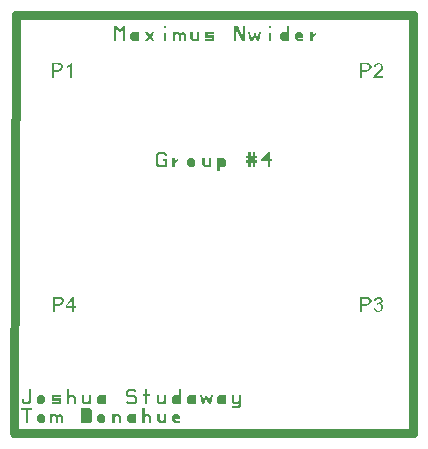
<source format=gbr>
G04 ===== Begin FILE IDENTIFICATION =====*
G04 File Format:  Gerber RS274X*
G04 ===== End FILE IDENTIFICATION =====*
%FSLAX24Y24*%
%MOIN*%
%SFA1.0000B1.0000*%
%OFA0.0B0.0*%
%ADD14R,0.007140X0.028570*%
%ADD15R,0.007140X0.007145*%
%LNsilk_screen*%
%IPPOS*%
%LPD*%
G75*
G36*
G01X1117Y-6882D02*
G01X1184D01*
G01Y-6679D01*
G01X1312D01*
G01X1459Y-6634D01*
G01X1500Y-6526D01*
G01X1484Y-6458D01*
G01X1444Y-6410D01*
G01X1382Y-6386D01*
G01X1306Y-6381D01*
G01X1184D01*
G01Y-6441D01*
G01X1312D01*
G01X1374Y-6445D01*
G01X1415Y-6475D01*
G01X1431Y-6528D01*
G01X1404Y-6596D01*
G01X1313Y-6620D01*
G01X1184D01*
G01Y-6441D01*
G01Y-6381D01*
G01X1117D01*
G01Y-6882D01*
G37*
G36*
G01X1548Y-6762D02*
G01X1765D01*
G01Y-6882D01*
G01X1827D01*
G01Y-6762D01*
G01X1895D01*
G01Y-6706D01*
G01X1827D01*
G01Y-6381D01*
G01X1777D01*
G01X1765Y-6397D01*
G01Y-6480D01*
G01Y-6706D01*
G01X1609D01*
G01X1765Y-6480D01*
G01Y-6397D01*
G01X1548Y-6706D01*
G01Y-6762D01*
G37*
G36*
G01X11362Y-6882D02*
G01X11428D01*
G01Y-6679D01*
G01X11557D01*
G01X11704Y-6634D01*
G01X11745Y-6526D01*
G01X11729Y-6458D01*
G01X11689Y-6410D01*
G01X11627Y-6386D01*
G01X11551Y-6381D01*
G01X11428D01*
G01Y-6441D01*
G01X11557D01*
G01X11618Y-6445D01*
G01X11660Y-6475D01*
G01X11676Y-6528D01*
G01X11649Y-6596D01*
G01X11558Y-6620D01*
G01X11428D01*
G01Y-6441D01*
G01Y-6381D01*
G01X11362D01*
G01Y-6882D01*
G37*
G36*
G01X11813Y-6750D02*
G01X11875Y-6742D01*
G01X11911Y-6817D01*
G01X11973Y-6840D01*
G01X12046Y-6810D01*
G01X12076Y-6736D01*
G01X12049Y-6666D01*
G01X11978Y-6638D01*
G01X11935Y-6645D01*
G01X11942Y-6591D01*
G01X11952Y-6592D01*
G01X12022Y-6571D01*
G01X12054Y-6508D01*
G01X12031Y-6452D01*
G01X11972Y-6430D01*
G01X11912Y-6452D01*
G01X11881Y-6520D01*
G01X11820Y-6509D01*
G01X11871Y-6413D01*
G01X11970Y-6379D01*
G01X12046Y-6397D01*
G01X12099Y-6445D01*
G01X12117Y-6510D01*
G01X12100Y-6569D01*
G01X12048Y-6611D01*
G01X12117Y-6654D01*
G01X12142Y-6734D01*
G01X12094Y-6846D01*
G01X11973Y-6891D01*
G01X11863Y-6852D01*
G01X11813Y-6750D01*
G37*
G36*
G01X11362Y921D02*
G01X11428D01*
G01Y1124D01*
G01X11557D01*
G01X11704Y1169D01*
G01X11745Y1277D01*
G01X11729Y1345D01*
G01X11689Y1393D01*
G01X11627Y1417D01*
G01X11551Y1422D01*
G01X11428D01*
G01Y1363D01*
G01X11557D01*
G01X11618Y1358D01*
G01X11660Y1328D01*
G01X11676Y1275D01*
G01X11649Y1207D01*
G01X11558Y1183D01*
G01X11428D01*
G01Y1363D01*
G01Y1422D01*
G01X11362D01*
G01Y921D01*
G37*
G36*
G01X12136Y980D02*
G01Y921D01*
G01X11805D01*
G01X11812Y963D01*
G01X11853Y1030D01*
G01X11933Y1106D01*
G01X12044Y1212D01*
G01X12073Y1286D01*
G01X12046Y1348D01*
G01X11978Y1373D01*
G01X11907Y1346D01*
G01X11880Y1272D01*
G01X11817Y1279D01*
G01X11866Y1387D01*
G01X11980Y1424D01*
G01X12094Y1384D01*
G01X12136Y1285D01*
G01X12123Y1225D01*
G01X12083Y1164D01*
G01X11988Y1076D01*
G01X11917Y1013D01*
G01X11891Y980D01*
G01X12136D01*
G37*
G36*
G01X1086Y921D02*
G01X1152D01*
G01Y1124D01*
G01X1280D01*
G01X1427Y1169D01*
G01X1468Y1277D01*
G01X1453Y1345D01*
G01X1413Y1393D01*
G01X1351Y1417D01*
G01X1275Y1422D01*
G01X1152D01*
G01Y1363D01*
G01X1280D01*
G01X1342Y1358D01*
G01X1384Y1328D01*
G01X1400Y1275D01*
G01X1373Y1207D01*
G01X1281Y1183D01*
G01X1152D01*
G01Y1363D01*
G01Y1422D01*
G01X1086D01*
G01Y921D01*
G37*
G36*
G01X1768Y921D02*
G01X1707D01*
G01Y1313D01*
G01X1649Y1270D01*
G01X1584Y1238D01*
G01Y1298D01*
G01X1674Y1357D01*
G01X1729Y1424D01*
G01X1768D01*
G01Y921D01*
G37*
G36*
G01X-300Y-10949D02*
G01Y-10952D01*
G01Y-10955D01*
G01Y-10957D01*
G01Y-10960D01*
G01X-299Y-10962D01*
G01Y-10965D01*
G01Y-10968D01*
G01Y-10970D01*
G01X-298Y-10973D01*
G01Y-10975D01*
G01X-297Y-10978D01*
G01Y-10981D01*
G01X-296Y-10983D01*
G01Y-10986D01*
G01X-295Y-10988D01*
G01X-294Y-10991D01*
G01Y-10993D01*
G01X-293Y-10996D01*
G01X-292Y-10998D01*
G01X-291Y-11001D01*
G01X-290Y-11003D01*
G01X-289Y-11006D01*
G01X-288Y-11008D01*
G01X-287Y-11011D01*
G01X-286Y-11013D01*
G01X-285Y-11015D01*
G01X-284Y-11018D01*
G01X-283Y-11020D01*
G01X-281Y-11022D01*
G01X-280Y-11025D01*
G01X-279Y-11027D01*
G01X-277Y-11029D01*
G01X-276Y-11031D01*
G01X-275Y-11034D01*
G01X-273Y-11036D01*
G01X-272Y-11038D01*
G01X-270Y-11040D01*
G01X-268Y-11042D01*
G01X-267Y-11044D01*
G01X-265Y-11046D01*
G01X-263Y-11048D01*
G01X-262Y-11050D01*
G01X-260Y-11052D01*
G01X-258Y-11054D01*
G01X-256Y-11056D01*
G01X-254Y-11058D01*
G01X-253Y-11059D01*
G01X-251Y-11061D01*
G01X-249Y-11063D01*
G01X-247Y-11065D01*
G01X-245Y-11066D01*
G01X-243Y-11068D01*
G01X-240Y-11070D01*
G01X-238Y-11071D01*
G01X-236Y-11073D01*
G01X-234Y-11074D01*
G01X-232Y-11076D01*
G01X-230Y-11077D01*
G01X-227Y-11078D01*
G01X-225Y-11080D01*
G01X-223Y-11081D01*
G01X-221Y-11082D01*
G01X-218Y-11084D01*
G01X-216Y-11085D01*
G01X-214Y-11086D01*
G01X-211Y-11087D01*
G01X-209Y-11088D01*
G01X-206Y-11089D01*
G01X-204Y-11090D01*
G01X-201Y-11091D01*
G01X-199Y-11092D01*
G01X-196Y-11093D01*
G01X-194D01*
G01X-191Y-11094D01*
G01X-189Y-11095D01*
G01X-186Y-11096D01*
G01X-184D01*
G01X-181Y-11097D01*
G01X-179D01*
G01X-176Y-11098D01*
G01X-174D01*
G01X-171Y-11099D01*
G01X-168D01*
G01X-166D01*
G01X-163D01*
G01X-160Y-11100D01*
G01X-158D01*
G01X-155D01*
G01X-153D01*
G01X-150D01*
G01X13150D01*
G01X13153D01*
G01X13155D01*
G01X13158D01*
G01X13160D01*
G01X13163Y-11099D01*
G01X13166D01*
G01X13168D01*
G01X13171D01*
G01X13173Y-11098D01*
G01X13176D01*
G01X13179Y-11097D01*
G01X13181D01*
G01X13184Y-11096D01*
G01X13186D01*
G01X13189Y-11095D01*
G01X13191Y-11094D01*
G01X13194Y-11093D01*
G01X13196D01*
G01X13199Y-11092D01*
G01X13201Y-11091D01*
G01X13204Y-11090D01*
G01X13206Y-11089D01*
G01X13209Y-11088D01*
G01X13211Y-11087D01*
G01X13213Y-11086D01*
G01X13216Y-11085D01*
G01X13218Y-11084D01*
G01X13220Y-11082D01*
G01X13223Y-11081D01*
G01X13225Y-11080D01*
G01X13227Y-11079D01*
G01X13229Y-11077D01*
G01X13232Y-11076D01*
G01X13234Y-11074D01*
G01X13236Y-11073D01*
G01X13238Y-11071D01*
G01X13240Y-11070D01*
G01X13242Y-11068D01*
G01X13244Y-11067D01*
G01X13246Y-11065D01*
G01X13248Y-11063D01*
G01X13250Y-11061D01*
G01X13252Y-11060D01*
G01X13254Y-11058D01*
G01X13256Y-11056D01*
G01X13258Y-11054D01*
G01X13260Y-11052D01*
G01X13261Y-11050D01*
G01X13263Y-11048D01*
G01X13265Y-11046D01*
G01X13267Y-11044D01*
G01X13268Y-11042D01*
G01X13270Y-11040D01*
G01X13271Y-11038D01*
G01X13273Y-11036D01*
G01X13274Y-11034D01*
G01X13276Y-11032D01*
G01X13277Y-11029D01*
G01X13279Y-11027D01*
G01X13280Y-11025D01*
G01X13281Y-11023D01*
G01X13282Y-11020D01*
G01X13284Y-11018D01*
G01X13285Y-11016D01*
G01X13286Y-11013D01*
G01X13287Y-11011D01*
G01X13288Y-11009D01*
G01X13289Y-11006D01*
G01X13290Y-11004D01*
G01X13291Y-11001D01*
G01X13292Y-10999D01*
G01X13293Y-10996D01*
G01Y-10994D01*
G01X13294Y-10991D01*
G01X13295Y-10989D01*
G01X13296Y-10986D01*
G01Y-10984D01*
G01X13297Y-10981D01*
G01Y-10979D01*
G01X13298Y-10976D01*
G01Y-10973D01*
G01X13299Y-10971D01*
G01Y-10968D01*
G01Y-10966D01*
G01Y-10963D01*
G01X13300Y-10960D01*
G01Y-10958D01*
G01Y-10955D01*
G01Y-10953D01*
G01Y-10950D01*
G01Y3000D01*
G01Y3003D01*
G01Y3005D01*
G01Y3008D01*
G01Y3010D01*
G01X13299Y3013D01*
G01Y3016D01*
G01Y3018D01*
G01Y3021D01*
G01X13298Y3023D01*
G01Y3026D01*
G01X13297Y3029D01*
G01Y3031D01*
G01X13296Y3034D01*
G01Y3036D01*
G01X13295Y3039D01*
G01X13294Y3041D01*
G01X13293Y3044D01*
G01Y3046D01*
G01X13292Y3049D01*
G01X13291Y3051D01*
G01X13290Y3054D01*
G01X13289Y3056D01*
G01X13288Y3059D01*
G01X13287Y3061D01*
G01X13286Y3063D01*
G01X13285Y3066D01*
G01X13284Y3068D01*
G01X13282Y3070D01*
G01X13281Y3073D01*
G01X13280Y3075D01*
G01X13279Y3077D01*
G01X13277Y3079D01*
G01X13276Y3082D01*
G01X13274Y3084D01*
G01X13273Y3086D01*
G01X13271Y3088D01*
G01X13270Y3090D01*
G01X13268Y3092D01*
G01X13267Y3094D01*
G01X13265Y3096D01*
G01X13263Y3098D01*
G01X13261Y3100D01*
G01X13260Y3102D01*
G01X13258Y3104D01*
G01X13256Y3106D01*
G01X13254Y3108D01*
G01X13252Y3110D01*
G01X13250Y3111D01*
G01X13248Y3113D01*
G01X13246Y3115D01*
G01X13244Y3117D01*
G01X13242Y3118D01*
G01X13240Y3120D01*
G01X13238Y3121D01*
G01X13236Y3123D01*
G01X13234Y3124D01*
G01X13232Y3126D01*
G01X13229Y3127D01*
G01X13227Y3129D01*
G01X13225Y3130D01*
G01X13223Y3131D01*
G01X13220Y3132D01*
G01X13218Y3134D01*
G01X13216Y3135D01*
G01X13213Y3136D01*
G01X13211Y3137D01*
G01X13209Y3138D01*
G01X13206Y3139D01*
G01X13204Y3140D01*
G01X13201Y3141D01*
G01X13199Y3142D01*
G01X13196Y3143D01*
G01X13194D01*
G01X13191Y3144D01*
G01X13189Y3145D01*
G01X13186Y3146D01*
G01X13184D01*
G01X13181Y3147D01*
G01X13179D01*
G01X13176Y3148D01*
G01X13173D01*
G01X13171Y3149D01*
G01X13168D01*
G01X13166D01*
G01X13163D01*
G01X13160Y3150D01*
G01X13158D01*
G01X13155D01*
G01X13153D01*
G01X13150D01*
G01X49D01*
G01Y2850D01*
G01X13000D01*
G01Y-10800D01*
G01X1D01*
G01X49Y2850D01*
G01Y3150D01*
G01X-101D01*
G01X-103D01*
G01X-106D01*
G01X-108D01*
G01X-111D01*
G01X-114Y3149D01*
G01X-116D01*
G01X-119D01*
G01X-122D01*
G01X-124Y3148D01*
G01X-127D01*
G01X-129Y3147D01*
G01X-132D01*
G01X-135Y3146D01*
G01X-137Y3145D01*
G01X-140D01*
G01X-142Y3144D01*
G01X-145Y3143D01*
G01X-147D01*
G01X-150Y3142D01*
G01X-152Y3141D01*
G01X-155Y3140D01*
G01X-157Y3139D01*
G01X-160Y3138D01*
G01X-162Y3137D01*
G01X-164Y3136D01*
G01X-167Y3135D01*
G01X-169Y3133D01*
G01X-172Y3132D01*
G01X-174Y3131D01*
G01X-176Y3130D01*
G01X-178Y3128D01*
G01X-181Y3127D01*
G01X-183Y3125D01*
G01X-185Y3124D01*
G01X-187Y3122D01*
G01X-189Y3121D01*
G01X-191Y3119D01*
G01X-194Y3118D01*
G01X-196Y3116D01*
G01X-198Y3114D01*
G01X-200Y3113D01*
G01X-202Y3111D01*
G01X-204Y3109D01*
G01X-205Y3107D01*
G01X-207Y3105D01*
G01X-209Y3103D01*
G01X-211Y3101D01*
G01X-213Y3100D01*
G01X-214Y3098D01*
G01X-216Y3096D01*
G01X-218Y3093D01*
G01X-219Y3091D01*
G01X-221Y3089D01*
G01X-223Y3087D01*
G01X-224Y3085D01*
G01X-226Y3083D01*
G01X-227Y3081D01*
G01X-228Y3078D01*
G01X-230Y3076D01*
G01X-231Y3074D01*
G01X-232Y3071D01*
G01X-234Y3069D01*
G01X-235Y3067D01*
G01X-236Y3064D01*
G01X-237Y3062D01*
G01X-238Y3060D01*
G01X-239Y3057D01*
G01X-240Y3055D01*
G01X-241Y3052D01*
G01X-242Y3050D01*
G01X-243Y3047D01*
G01X-244Y3045D01*
G01Y3042D01*
G01X-245Y3040D01*
G01X-246Y3037D01*
G01Y3035D01*
G01X-247Y3032D01*
G01X-248Y3029D01*
G01Y3027D01*
G01X-249Y3024D01*
G01Y3022D01*
G01Y3019D01*
G01X-250Y3016D01*
G01Y3014D01*
G01Y3011D01*
G01Y3008D01*
G01Y3006D01*
G01Y3003D01*
G01X-251Y3001D01*
G01X-300Y-10949D01*
G37*
G36*
G01X71Y-10152D02*
G01X214D01*
G01Y-10581D01*
G01X285D01*
G01Y-10152D01*
G01X428D01*
G01Y-10081D01*
G01X71D01*
G01Y-10152D01*
G37*
G36*
G01X169Y-9841D02*
G01Y-9806D01*
G01X97D01*
G01Y-9877D01*
G01X169Y-9949D01*
G01X311D01*
G01X383Y-9877D01*
G01Y-9449D01*
G01X311D01*
G01Y-9841D01*
G01X276Y-9877D01*
G01X204D01*
G01X169Y-9841D01*
G37*
G36*
G01X597Y-9877D02*
G01X669Y-9949D01*
G01X776D01*
G01X847Y-9877D01*
G01Y-9734D01*
G01X776Y-9663D01*
G01X669D01*
G01X597Y-9734D01*
G01Y-9877D01*
G37*
G36*
G01X607Y-10509D02*
G01X678Y-10581D01*
G01X785D01*
G01X857Y-10509D01*
G01Y-10366D01*
G01X785Y-10295D01*
G01X678D01*
G01X607Y-10366D01*
G01Y-10509D01*
G37*
G36*
G01X1107Y-10331D02*
G01Y-10295D01*
G01X1035D01*
G01Y-10581D01*
G01X1107D01*
G01Y-10402D01*
G01X1143Y-10366D01*
G01X1178D01*
G01X1214Y-10402D01*
G01Y-10581D01*
G01X1285D01*
G01Y-10402D01*
G01X1321Y-10366D01*
G01X1357D01*
G01X1393Y-10402D01*
G01Y-10581D01*
G01X1464D01*
G01Y-10366D01*
G01X1393Y-10295D01*
G01X1321D01*
G01X1285Y-10331D01*
G01X1250D01*
G01X1214Y-10295D01*
G01X1143D01*
G01X1107Y-10331D01*
G37*
G36*
G01X1097Y-9841D02*
G01X1311D01*
G01Y-9877D01*
G01X1097D01*
G01Y-9949D01*
G01X1383D01*
G01Y-9770D01*
G01X1169D01*
G01Y-9734D01*
G01X1383D01*
G01Y-9663D01*
G01X1097D01*
G01Y-9841D01*
G37*
G36*
G01X1669Y-9699D02*
G01Y-9449D01*
G01X1597D01*
G01Y-9949D01*
G01X1669D01*
G01Y-9770D01*
G01X1704Y-9734D01*
G01X1776D01*
G01X1811Y-9770D01*
G01Y-9949D01*
G01X1883D01*
G01Y-9734D01*
G01X1811Y-9663D01*
G01X1704D01*
G01X1669Y-9699D01*
G37*
G36*
G01X2071Y-10581D02*
G01X2357D01*
G01X2428Y-10509D01*
G01Y-10152D01*
G01X2357Y-10081D01*
G01X2071D01*
G01Y-10581D01*
G37*
G36*
G01X2169Y-9841D02*
G01Y-9663D01*
G01X2097D01*
G01Y-9877D01*
G01X2169Y-9949D01*
G01X2276D01*
G01X2311Y-9913D01*
G01Y-9949D01*
G01X2383D01*
G01Y-9663D01*
G01X2311D01*
G01Y-9841D01*
G01X2276Y-9877D01*
G01X2204D01*
G01X2169Y-9841D01*
G37*
G36*
G01X2597Y-9877D02*
G01X2669Y-9949D01*
G01X2776D01*
G01X2811Y-9913D01*
G01Y-9949D01*
G01X2883D01*
G01Y-9663D01*
G01X2811D01*
G01Y-9699D01*
G01X2776Y-9663D01*
G01X2669D01*
G01X2597Y-9734D01*
G01Y-9877D01*
G37*
G36*
G01X2607Y-10509D02*
G01X2678Y-10581D01*
G01X2785D01*
G01X2857Y-10509D01*
G01Y-10366D01*
G01X2785Y-10295D01*
G01X2678D01*
G01X2607Y-10366D01*
G01Y-10509D01*
G37*
G36*
G01X3178Y-10331D02*
G01Y-10295D01*
G01X3107D01*
G01Y-10581D01*
G01X3178D01*
G01Y-10402D01*
G01X3214Y-10366D01*
G01X3285D01*
G01X3321Y-10402D01*
G01Y-10581D01*
G01X3393D01*
G01Y-10366D01*
G01X3321Y-10295D01*
G01X3214D01*
G01X3178Y-10331D01*
G37*
G36*
G01X3171Y2150D02*
G01X3243D01*
G01Y2543D01*
G01X3350Y2436D01*
G01X3457Y2543D01*
G01Y2150D01*
G01X3529D01*
G01Y2650D01*
G01X3457D01*
G01X3350Y2543D01*
G01X3243Y2650D01*
G01X3171D01*
G01Y2150D01*
G37*
G36*
G01X3561Y-9663D02*
G01X3633Y-9734D01*
G01X3811D01*
G01X3847Y-9770D01*
G01Y-9841D01*
G01X3811Y-9877D01*
G01X3669D01*
G01X3633Y-9841D01*
G01X3561Y-9877D01*
G01X3633Y-9949D01*
G01X3847D01*
G01X3919Y-9877D01*
G01Y-9734D01*
G01X3847Y-9663D01*
G01X3669D01*
G01X3633Y-9627D01*
G01Y-9556D01*
G01X3669Y-9520D01*
G01X3811D01*
G01X3847Y-9556D01*
G01X3919Y-9520D01*
G01X3847Y-9449D01*
G01X3633D01*
G01X3561Y-9520D01*
G01Y-9663D01*
G37*
G36*
G01X3607Y-10509D02*
G01X3678Y-10581D01*
G01X3785D01*
G01X3821Y-10545D01*
G01Y-10581D01*
G01X3893D01*
G01Y-10295D01*
G01X3821D01*
G01Y-10331D01*
G01X3785Y-10295D01*
G01X3678D01*
G01X3607Y-10366D01*
G01Y-10509D01*
G37*
G36*
G01X3707Y2221D02*
G01X3779Y2150D01*
G01X3886D01*
G01X3921Y2186D01*
G01Y2150D01*
G01X3993D01*
G01Y2436D01*
G01X3921D01*
G01Y2400D01*
G01X3886Y2436D01*
G01X3779D01*
G01X3707Y2364D01*
G01Y2221D01*
G37*
G36*
G01X4178Y-10331D02*
G01Y-10081D01*
G01X4107D01*
G01Y-10581D01*
G01X4178D01*
G01Y-10402D01*
G01X4214Y-10366D01*
G01X4285D01*
G01X4321Y-10402D01*
G01Y-10581D01*
G01X4393D01*
G01Y-10366D01*
G01X4321Y-10295D01*
G01X4214D01*
G01X4178Y-10331D01*
G37*
G36*
G01X4133Y-9699D02*
G01X4204D01*
G01Y-9949D01*
G01X4276D01*
G01Y-9699D01*
G01X4347D01*
G01Y-9627D01*
G01X4276D01*
G01Y-9449D01*
G01X4204D01*
G01Y-9627D01*
G01X4133D01*
G01Y-9699D01*
G37*
G36*
G01X4207Y2436D02*
G01X4279Y2293D01*
G01X4207Y2150D01*
G01X4279D01*
G01X4350Y2257D01*
G01X4421Y2150D01*
G01X4493D01*
G01X4421Y2293D01*
G01X4493Y2436D01*
G01X4421D01*
G01X4350Y2329D01*
G01X4279Y2436D01*
G01X4207D01*
G37*
G36*
G01X4786Y-1871D02*
G01X4857D01*
G01Y-1979D01*
G01X4679D01*
G01X4643Y-1943D01*
G01Y-1657D01*
G01X4679Y-1621D01*
G01X4821D01*
G01X4857Y-1657D01*
G01Y-1693D01*
G01X4929D01*
G01Y-1621D01*
G01X4857Y-1550D01*
G01X4643D01*
G01X4571Y-1621D01*
G01Y-1979D01*
G01X4643Y-2050D01*
G01X4929D01*
G01Y-1800D01*
G01X4786D01*
G01Y-1871D01*
G37*
G36*
G01X4669Y-9841D02*
G01Y-9663D01*
G01X4597D01*
G01Y-9877D01*
G01X4669Y-9949D01*
G01X4776D01*
G01X4811Y-9913D01*
G01Y-9949D01*
G01X4883D01*
G01Y-9663D01*
G01X4811D01*
G01Y-9841D01*
G01X4776Y-9877D01*
G01X4704D01*
G01X4669Y-9841D01*
G37*
G36*
G01X4678Y-10473D02*
G01Y-10295D01*
G01X4607D01*
G01Y-10509D01*
G01X4678Y-10581D01*
G01X4785D01*
G01X4821Y-10545D01*
G01Y-10581D01*
G01X4893D01*
G01Y-10295D01*
G01X4821D01*
G01Y-10473D01*
G01X4785Y-10509D01*
G01X4714D01*
G01X4678Y-10473D01*
G37*
D14*
X4850Y2293D03*
D15*
Y2614D03*
G36*
G01X5097Y-9877D02*
G01X5169Y-9949D01*
G01X5276D01*
G01X5311Y-9913D01*
G01Y-9949D01*
G01X5383D01*
G01Y-9449D01*
G01X5311D01*
G01Y-9699D01*
G01X5276Y-9663D01*
G01X5169D01*
G01X5097Y-9734D01*
G01Y-9877D01*
G37*
G36*
G01X5107Y-10509D02*
G01X5178Y-10581D01*
G01X5357D01*
G01Y-10509D01*
G01X5214D01*
G01X5178Y-10473D01*
G01X5321D01*
G01X5357Y-10438D01*
G01Y-10366D01*
G01X5285Y-10295D01*
G01X5178D01*
G01X5107Y-10366D01*
G01Y-10509D01*
G37*
G36*
G01X5179Y-1836D02*
G01Y-1764D01*
G01X5107D01*
G01Y-2050D01*
G01X5179D01*
G01Y-1907D01*
G01X5286Y-1871D01*
G01Y-1800D01*
G01X5179Y-1836D01*
G37*
G36*
G01X5207Y2400D02*
G01Y2436D01*
G01X5136D01*
G01Y2150D01*
G01X5207D01*
G01Y2329D01*
G01X5243Y2364D01*
G01X5279D01*
G01X5314Y2329D01*
G01Y2150D01*
G01X5386D01*
G01Y2329D01*
G01X5421Y2364D01*
G01X5457D01*
G01X5493Y2329D01*
G01Y2150D01*
G01X5564D01*
G01Y2364D01*
G01X5493Y2436D01*
G01X5421D01*
G01X5386Y2400D01*
G01X5350D01*
G01X5314Y2436D01*
G01X5243D01*
G01X5207Y2400D01*
G37*
G36*
G01X5597Y-9877D02*
G01X5669Y-9949D01*
G01X5776D01*
G01X5811Y-9913D01*
G01Y-9949D01*
G01X5883D01*
G01Y-9663D01*
G01X5811D01*
G01Y-9699D01*
G01X5776Y-9663D01*
G01X5669D01*
G01X5597Y-9734D01*
G01Y-9877D01*
G37*
G36*
G01X5607Y-1979D02*
G01X5679Y-2050D01*
G01X5786D01*
G01X5857Y-1979D01*
G01Y-1836D01*
G01X5786Y-1764D01*
G01X5679D01*
G01X5607Y-1836D01*
G01Y-1979D01*
G37*
G36*
G01X5779Y2257D02*
G01Y2436D01*
G01X5707D01*
G01Y2221D01*
G01X5779Y2150D01*
G01X5886D01*
G01X5921Y2186D01*
G01Y2150D01*
G01X5993D01*
G01Y2436D01*
G01X5921D01*
G01Y2257D01*
G01X5886Y2221D01*
G01X5814D01*
G01X5779Y2257D01*
G37*
G36*
G01X6026Y-9663D02*
G01X6097Y-9949D01*
G01X6169D01*
G01X6240Y-9806D01*
G01X6311Y-9949D01*
G01X6383D01*
G01X6454Y-9663D01*
G01X6383D01*
G01X6347Y-9806D01*
G01X6311D01*
G01X6240Y-9663D01*
G01X6169Y-9806D01*
G01X6133D01*
G01X6097Y-9663D01*
G01X6026D01*
G37*
G36*
G01X6179Y-1943D02*
G01Y-1764D01*
G01X6107D01*
G01Y-1979D01*
G01X6179Y-2050D01*
G01X6286D01*
G01X6321Y-2014D01*
G01Y-2050D01*
G01X6393D01*
G01Y-1764D01*
G01X6321D01*
G01Y-1943D01*
G01X6286Y-1979D01*
G01X6214D01*
G01X6179Y-1943D01*
G37*
G36*
G01X6207Y2257D02*
G01X6421D01*
G01Y2221D01*
G01X6207D01*
G01Y2150D01*
G01X6493D01*
G01Y2329D01*
G01X6279D01*
G01Y2364D01*
G01X6493D01*
G01Y2436D01*
G01X6207D01*
G01Y2257D01*
G37*
G36*
G01X6597Y-9877D02*
G01X6669Y-9949D01*
G01X6776D01*
G01X6811Y-9913D01*
G01Y-9949D01*
G01X6883D01*
G01Y-9663D01*
G01X6811D01*
G01Y-9699D01*
G01X6776Y-9663D01*
G01X6669D01*
G01X6597Y-9734D01*
G01Y-9877D01*
G37*
G36*
G01X6679Y-1800D02*
G01Y-1764D01*
G01X6607D01*
G01Y-2193D01*
G01X6679D01*
G01Y-2014D01*
G01X6714Y-2050D01*
G01X6821D01*
G01X6893Y-1979D01*
G01Y-1836D01*
G01X6821Y-1764D01*
G01X6714D01*
G01X6679Y-1800D01*
G37*
G36*
G01X7169Y-9841D02*
G01Y-9663D01*
G01X7097D01*
G01Y-9877D01*
G01X7169Y-9949D01*
G01X7276D01*
G01X7311Y-9913D01*
G01Y-9984D01*
G01X7276Y-10020D01*
G01X7097D01*
G01Y-10091D01*
G01X7311D01*
G01X7383Y-10020D01*
G01Y-9663D01*
G01X7311D01*
G01Y-9841D01*
G01X7276Y-9877D01*
G01X7204D01*
G01X7169Y-9841D01*
G37*
G36*
G01X7171Y2150D02*
G01X7243D01*
G01Y2543D01*
G01X7421Y2150D01*
G01X7529D01*
G01Y2650D01*
G01X7457D01*
G01Y2257D01*
G01X7279Y2650D01*
G01X7171D01*
G01Y2150D01*
G37*
G36*
G01X7571Y-1907D02*
G01X7643D01*
G01Y-2050D01*
G01X7714D01*
G01Y-1907D01*
G01X7786D01*
G01Y-2050D01*
G01X7857D01*
G01Y-1907D01*
G01X7929D01*
G01Y-1836D01*
G01X7857D01*
G01Y-1764D01*
G01X7929D01*
G01Y-1693D01*
G01X7857D01*
G01Y-1550D01*
G01X7786D01*
G01Y-1693D01*
G01X7714D01*
G01Y-1550D01*
G01X7643D01*
G01Y-1693D01*
G01X7571D01*
G01Y-1764D01*
G01X7643D01*
G01Y-1836D01*
G01X7571D01*
G01Y-1907D01*
G37*
G36*
G01X7636Y2436D02*
G01X7707Y2150D01*
G01X7779D01*
G01X7850Y2293D01*
G01X7921Y2150D01*
G01X7993D01*
G01X8064Y2436D01*
G01X7993D01*
G01X7957Y2293D01*
G01X7921D01*
G01X7850Y2436D01*
G01X7779Y2293D01*
G01X7743D01*
G01X7707Y2436D01*
G01X7636D01*
G37*
G36*
G01X8071Y-1871D02*
G01X8286D01*
G01Y-2050D01*
G01X8357D01*
G01Y-1871D01*
G01X8429D01*
G01Y-1800D01*
G01X8357D01*
G01Y-1550D01*
G01X8286D01*
G01X8071Y-1800D01*
G01Y-1871D01*
G37*
D14*
X8350Y2293D03*
D15*
Y2614D03*
G36*
G01X8707Y2221D02*
G01X8779Y2150D01*
G01X8886D01*
G01X8921Y2186D01*
G01Y2150D01*
G01X8993D01*
G01Y2650D01*
G01X8921D01*
G01Y2400D01*
G01X8886Y2436D01*
G01X8779D01*
G01X8707Y2364D01*
G01Y2221D01*
G37*
G36*
G01X9207Y2221D02*
G01X9279Y2150D01*
G01X9457D01*
G01Y2221D01*
G01X9314D01*
G01X9279Y2257D01*
G01X9421D01*
G01X9457Y2293D01*
G01Y2364D01*
G01X9386Y2436D01*
G01X9279D01*
G01X9207Y2364D01*
G01Y2221D01*
G37*
G36*
G01X9779Y2364D02*
G01Y2436D01*
G01X9707D01*
G01Y2150D01*
G01X9779D01*
G01Y2293D01*
G01X9886Y2329D01*
G01Y2400D01*
G01X9779Y2364D01*
G37*
M02*


</source>
